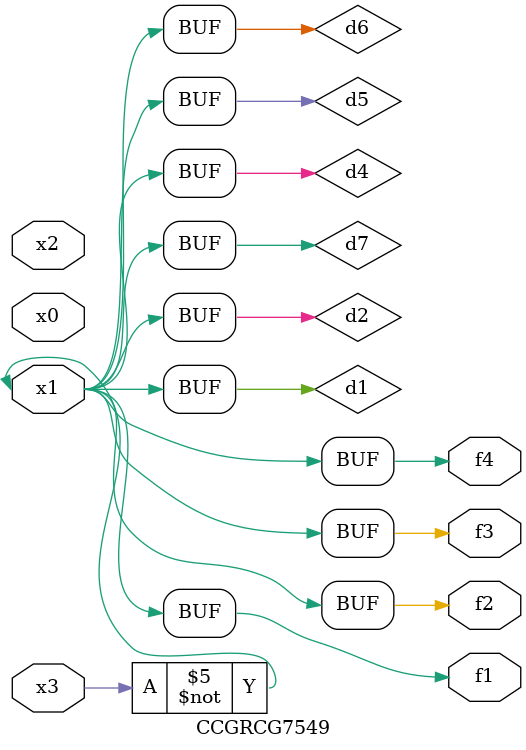
<source format=v>
module CCGRCG7549(
	input x0, x1, x2, x3,
	output f1, f2, f3, f4
);

	wire d1, d2, d3, d4, d5, d6, d7;

	not (d1, x3);
	buf (d2, x1);
	xnor (d3, d1, d2);
	nor (d4, d1);
	buf (d5, d1, d2);
	buf (d6, d4, d5);
	nand (d7, d4);
	assign f1 = d6;
	assign f2 = d7;
	assign f3 = d6;
	assign f4 = d6;
endmodule

</source>
